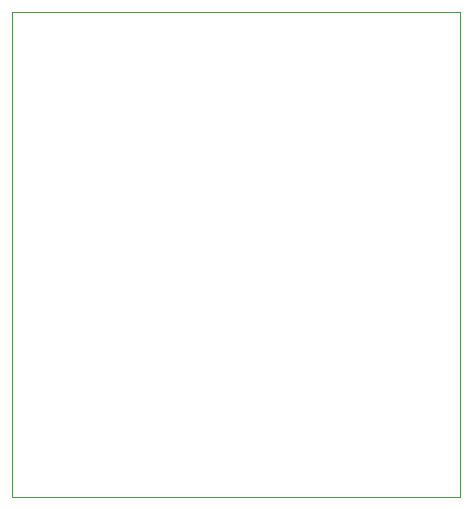
<source format=gbr>
%TF.GenerationSoftware,KiCad,Pcbnew,9.0.0*%
%TF.CreationDate,2025-03-22T17:27:48+00:00*%
%TF.ProjectId,gloves dryer,676c6f76-6573-4206-9472-7965722e6b69,rev?*%
%TF.SameCoordinates,Original*%
%TF.FileFunction,Profile,NP*%
%FSLAX46Y46*%
G04 Gerber Fmt 4.6, Leading zero omitted, Abs format (unit mm)*
G04 Created by KiCad (PCBNEW 9.0.0) date 2025-03-22 17:27:48*
%MOMM*%
%LPD*%
G01*
G04 APERTURE LIST*
%TA.AperFunction,Profile*%
%ADD10C,0.050000*%
%TD*%
G04 APERTURE END LIST*
D10*
X161200000Y-50275000D02*
X199200000Y-50275000D01*
X199200000Y-91275000D01*
X161200000Y-91275000D01*
X161200000Y-50275000D01*
M02*

</source>
